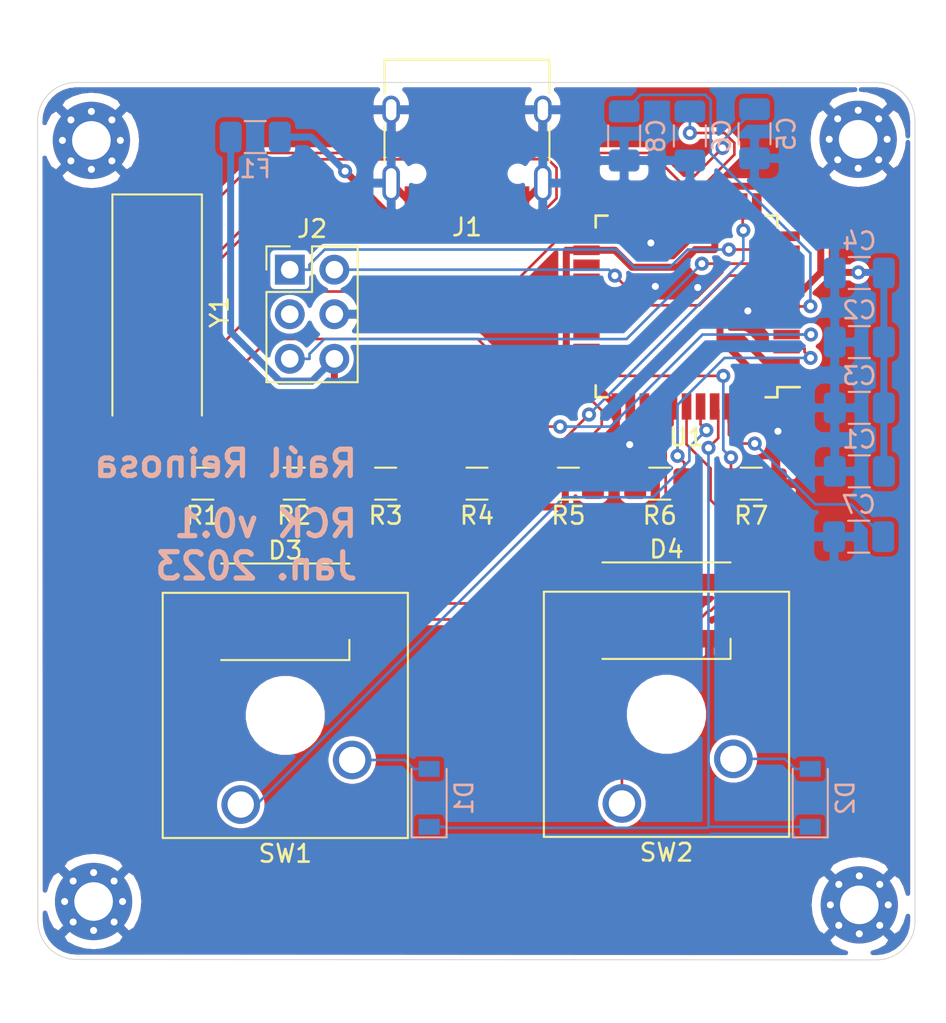
<source format=kicad_pcb>
(kicad_pcb (version 20171130) (host pcbnew "(5.1.4)-1")
  (title_block (title RCK) (date 2023-01-31) (rev 1.0) (company "Raul Reinosa (rreinosa)"))
  (layers (0 F.Cu signal) (31 B.Cu signal) (34 B.Paste user hide) (35 F.Paste user hide) (36 B.SilkS user) (37 F.SilkS user) (38 B.Mask user) (39 F.Mask user) (44 Edge.Cuts user))
  (net 0 "")
  (net 1 GND)
  (net 2 +5V)
  (net 3 "Net-(C6-Pad2)")
  (net 4 "Net-(D1-Pad2)")
  (net 5 R0)
  (net 6 "Net-(D2-Pad2)")
  (net 7 "Net-(D3-Pad2)")
  (net 8 "Net-(F1-Pad2)")
  (net 9 "Net-(J1-PadA7)")
  (net 10 "Net-(J1-PadA6)")
  (net 11 MOSI)
  (net 12 SCK)
  (net 13 MISO)
  (net 14 LED0)
  (net 15 D+)
  (net 16 D-)
  (net 17 C0)
  (net 18 C1)
  (net 19 "Net-(C8-Pad2)")
  (net 20 "Net-(C5-Pad2)")
  (net 21 "Net-(C7-Pad1)")
  (net 22 "Net-(D3-Pad4)")
  (net 23 "Net-(R3-Pad1)")
  (net 24 "Net-(R4-Pad2)")
  (net 25 "Net-(R6-Pad1)")
  (net 26 "Net-(R7-Pad2)")
  (module Package_QFP:TQFP-44_10x10mm_P0.8mm (layer F.Cu) (at 198.564 65.024 180)
    (fp_text reference U1 (at 0 -7.45) (layer F.SilkS))
    (fp_text value ATmega32U4-AU)
    (pad 1 smd rect (at -5.7 -4 180) (size 1.5 0.55) (layers F.Cu F.Paste F.Mask))
    (pad 2 smd rect (at -5.7 -3.2 180) (size 1.5 0.55) (layers F.Cu F.Paste F.Mask) (net 2 +5V))
    (pad 3 smd rect (at -5.7 -2.4 180) (size 1.5 0.55) (layers F.Cu F.Paste F.Mask) (net 25 "Net-(R6-Pad1)"))
    (pad 4 smd rect (at -5.7 -1.6 180) (size 1.5 0.55) (layers F.Cu F.Paste F.Mask) (net 23 "Net-(R3-Pad1)"))
    (pad 5 smd rect (at -5.7 -0.8 180) (size 1.5 0.55) (layers F.Cu F.Paste F.Mask) (net 1 GND))
    (pad 6 smd rect (at -5.7 0 180) (size 1.5 0.55) (layers F.Cu F.Paste F.Mask) (net 19 "Net-(C8-Pad2)"))
    (pad 7 smd rect (at -5.7 0.8 180) (size 1.5 0.55) (layers F.Cu F.Paste F.Mask) (net 2 +5V))
    (pad 8 smd rect (at -5.7 1.6 180) (size 1.5 0.55) (layers F.Cu F.Paste F.Mask))
    (pad 9 smd rect (at -5.7 2.4 180) (size 1.5 0.55) (layers F.Cu F.Paste F.Mask) (net 12 SCK))
    (pad 10 smd rect (at -5.7 3.2 180) (size 1.5 0.55) (layers F.Cu F.Paste F.Mask) (net 11 MOSI))
    (pad 11 smd rect (at -5.7 4 180) (size 1.5 0.55) (layers F.Cu F.Paste F.Mask) (net 13 MISO))
    (pad 12 smd rect (at -4 5.7 270) (size 1.5 0.55) (layers F.Cu F.Paste F.Mask))
    (pad 13 smd rect (at -3.2 5.7 270) (size 1.5 0.55) (layers F.Cu F.Paste F.Mask) (net 24 "Net-(R4-Pad2)"))
    (pad 14 smd rect (at -2.4 5.7 270) (size 1.5 0.55) (layers F.Cu F.Paste F.Mask) (net 2 +5V))
    (pad 15 smd rect (at -1.6 5.7 270) (size 1.5 0.55) (layers F.Cu F.Paste F.Mask) (net 1 GND))
    (pad 16 smd rect (at -0.8 5.7 270) (size 1.5 0.55) (layers F.Cu F.Paste F.Mask) (net 3 "Net-(C6-Pad2)"))
    (pad 17 smd rect (at 0 5.7 270) (size 1.5 0.55) (layers F.Cu F.Paste F.Mask) (net 20 "Net-(C5-Pad2)"))
    (pad 18 smd rect (at 0.8 5.7 270) (size 1.5 0.55) (layers F.Cu F.Paste F.Mask))
    (pad 19 smd rect (at 1.6 5.7 270) (size 1.5 0.55) (layers F.Cu F.Paste F.Mask))
    (pad 20 smd rect (at 2.4 5.7 270) (size 1.5 0.55) (layers F.Cu F.Paste F.Mask))
    (pad 21 smd rect (at 3.2 5.7 270) (size 1.5 0.55) (layers F.Cu F.Paste F.Mask))
    (pad 22 smd rect (at 4 5.7 270) (size 1.5 0.55) (layers F.Cu F.Paste F.Mask))
    (pad 23 smd rect (at 5.7 4 180) (size 1.5 0.55) (layers F.Cu F.Paste F.Mask) (net 1 GND))
    (pad 24 smd rect (at 5.7 3.2 180) (size 1.5 0.55) (layers F.Cu F.Paste F.Mask) (net 2 +5V))
    (pad 25 smd rect (at 5.7 2.4 180) (size 1.5 0.55) (layers F.Cu F.Paste F.Mask))
    (pad 26 smd rect (at 5.7 1.6 180) (size 1.5 0.55) (layers F.Cu F.Paste F.Mask))
    (pad 27 smd rect (at 5.7 0.8 180) (size 1.5 0.55) (layers F.Cu F.Paste F.Mask))
    (pad 28 smd rect (at 5.7 0 180) (size 1.5 0.55) (layers F.Cu F.Paste F.Mask))
    (pad 29 smd rect (at 5.7 -0.8 180) (size 1.5 0.55) (layers F.Cu F.Paste F.Mask))
    (pad 30 smd rect (at 5.7 -1.6 180) (size 1.5 0.55) (layers F.Cu F.Paste F.Mask))
    (pad 31 smd rect (at 5.7 -2.4 180) (size 1.5 0.55) (layers F.Cu F.Paste F.Mask))
    (pad 32 smd rect (at 5.7 -3.2 180) (size 1.5 0.55) (layers F.Cu F.Paste F.Mask))
    (pad 33 smd rect (at 5.7 -4 180) (size 1.5 0.55) (layers F.Cu F.Paste F.Mask) (net 26 "Net-(R7-Pad2)"))
    (pad 34 smd rect (at 4 -5.7 270) (size 1.5 0.55) (layers F.Cu F.Paste F.Mask) (net 2 +5V))
    (pad 35 smd rect (at 3.2 -5.7 270) (size 1.5 0.55) (layers F.Cu F.Paste F.Mask) (net 1 GND))
    (pad 36 smd rect (at 2.4 -5.7 270) (size 1.5 0.55) (layers F.Cu F.Paste F.Mask))
    (pad 37 smd rect (at 1.6 -5.7 270) (size 1.5 0.55) (layers F.Cu F.Paste F.Mask))
    (pad 38 smd rect (at 0.8 -5.7 270) (size 1.5 0.55) (layers F.Cu F.Paste F.Mask) (net 14 LED0))
    (pad 39 smd rect (at 0 -5.7 270) (size 1.5 0.55) (layers F.Cu F.Paste F.Mask) (net 18 C1))
    (pad 40 smd rect (at -0.8 -5.7 270) (size 1.5 0.55) (layers F.Cu F.Paste F.Mask) (net 17 C0))
    (pad 41 smd rect (at -1.6 -5.7 270) (size 1.5 0.55) (layers F.Cu F.Paste F.Mask) (net 5 R0))
    (pad 42 smd rect (at -2.4 -5.7 270) (size 1.5 0.55) (layers F.Cu F.Paste F.Mask) (net 21 "Net-(C7-Pad1)"))
    (pad 43 smd rect (at -3.2 -5.7 270) (size 1.5 0.55) (layers F.Cu F.Paste F.Mask) (net 1 GND))
    (pad 44 smd rect (at -4 -5.7 270) (size 1.5 0.55) (layers F.Cu F.Paste F.Mask) (net 2 +5V))
  )
  (module MountingHole:MountingHole_2.2mm_M2_Pad_Via (layer F.Cu) (at 208.344 55.499)
    (fp_text reference H2 hide)
    (fp_text value MountingHole_Pad)
    (pad 1 thru_hole circle (at 1.166726 -1.166726) (size 0.7 0.7) (drill 0.4) (layers *.Cu *.Mask) (net 1 GND))
    (pad 1 thru_hole circle (at 0 -1.65) (size 0.7 0.7) (drill 0.4) (layers *.Cu *.Mask) (net 1 GND))
    (pad 1 thru_hole circle (at -1.166726 -1.166726) (size 0.7 0.7) (drill 0.4) (layers *.Cu *.Mask) (net 1 GND))
    (pad 1 thru_hole circle (at -1.65 0) (size 0.7 0.7) (drill 0.4) (layers *.Cu *.Mask) (net 1 GND))
    (pad 1 thru_hole circle (at -1.166726 1.166726) (size 0.7 0.7) (drill 0.4) (layers *.Cu *.Mask) (net 1 GND))
    (pad 1 thru_hole circle (at 0 1.65) (size 0.7 0.7) (drill 0.4) (layers *.Cu *.Mask) (net 1 GND))
    (pad 1 thru_hole circle (at 1.166726 1.166726) (size 0.7 0.7) (drill 0.4) (layers *.Cu *.Mask) (net 1 GND))
    (pad 1 thru_hole circle (at 1.65 0) (size 0.7 0.7) (drill 0.4) (layers *.Cu *.Mask) (net 1 GND))
    (pad 1 thru_hole circle (at 0 0) (size 4.4 4.4) (drill 2.2) (layers *.Cu *.Mask) (net 1 GND))
  )
  (module Resistor_SMD:R_1206_3216Metric (layer F.Cu) (at 176.212 75.1205 180)
    (fp_text reference R2 (at 0 -1.82) (layer F.SilkS))
    (fp_text value 22)
    (pad 1 smd roundrect (at -1.4 0 180) (size 1.25 1.75) (layers F.Cu F.Paste F.Mask) (roundrect_rratio 0.2) (net 15 D+))
    (pad 2 smd roundrect (at 1.4 0 180) (size 1.25 1.75) (layers F.Cu F.Paste F.Mask) (roundrect_rratio 0.2) (net 10 "Net-(J1-PadA6)"))
  )
  (module Connector_PinHeader_2.54mm:PinHeader_2x03_P2.54mm_Vertical (layer F.Cu) (at 175.958 62.9285)
    (fp_text reference J2 (at 1.27 -2.33) (layer F.SilkS))
    (fp_text value ISP)
    (pad 1 thru_hole rect (at 0 0) (size 1.7 1.7) (drill 1) (layers *.Cu *.Mask) (net 13 MISO))
    (pad 2 thru_hole oval (at 2.54 0) (size 1.7 1.7) (drill 1) (layers *.Cu *.Mask) (net 12 SCK))
    (pad 3 thru_hole oval (at 0 2.54) (size 1.7 1.7) (drill 1) (layers *.Cu *.Mask))
    (pad 4 thru_hole oval (at 2.54 2.54) (size 1.7 1.7) (drill 1) (layers *.Cu *.Mask) (net 1 GND))
    (pad 5 thru_hole oval (at 0 5.08) (size 1.7 1.7) (drill 1) (layers *.Cu *.Mask) (net 11 MOSI))
    (pad 6 thru_hole oval (at 2.54 5.08) (size 1.7 1.7) (drill 1) (layers *.Cu *.Mask) (net 2 +5V))
  )
  (module Capacitor_SMD:C_1206_3216Metric (layer B.Cu) (at 202.438 55.1815 90)
    (fp_text reference C5 (at 0 1.82 90) (layer B.SilkS) (effects (justify mirror)))
    (fp_text value 22uF)
    (pad 1 smd roundrect (at -1.4 0 90) (size 1.25 1.75) (layers B.Cu B.Paste B.Mask) (roundrect_rratio 0.2) (net 1 GND))
    (pad 2 smd roundrect (at 1.4 0 90) (size 1.25 1.75) (layers B.Cu B.Paste B.Mask) (roundrect_rratio 0.2) (net 20 "Net-(C5-Pad2)"))
  )
  (module Capacitor_SMD:C_1206_3216Metric (layer B.Cu) (at 208.408 67.0555 180)
    (fp_text reference C2 (at 0 1.82) (layer B.SilkS) (effects (justify mirror)))
    (fp_text value 0.1uF)
    (pad 1 smd roundrect (at -1.4 0 180) (size 1.25 1.75) (layers B.Cu B.Paste B.Mask) (roundrect_rratio 0.2) (net 2 +5V))
    (pad 2 smd roundrect (at 1.4 0 180) (size 1.25 1.75) (layers B.Cu B.Paste B.Mask) (roundrect_rratio 0.2) (net 1 GND))
  )
  (module Capacitor_SMD:C_1206_3216Metric (layer B.Cu) (at 195.008 55.3085 90)
    (fp_text reference C8 (at 0 1.82 90) (layer B.SilkS) (effects (justify mirror)))
    (fp_text value 1uF)
    (pad 2 smd roundrect (at 1.4 0 90) (size 1.25 1.75) (layers B.Cu B.Paste B.Mask) (roundrect_rratio 0.2) (net 19 "Net-(C8-Pad2)"))
    (pad 1 smd roundrect (at -1.4 0 90) (size 1.25 1.75) (layers B.Cu B.Paste B.Mask) (roundrect_rratio 0.2) (net 1 GND))
  )
  (module Resistor_SMD:R_1206_3216Metric (layer F.Cu) (at 181.42 75.1205 180)
    (fp_text reference R3 (at 0 -1.82) (layer F.SilkS))
    (fp_text value 22)
    (pad 1 smd roundrect (at -1.4 0 180) (size 1.25 1.75) (layers F.Cu F.Paste F.Mask) (roundrect_rratio 0.2) (net 23 "Net-(R3-Pad1)"))
    (pad 2 smd roundrect (at 1.4 0 180) (size 1.25 1.75) (layers F.Cu F.Paste F.Mask) (roundrect_rratio 0.2) (net 15 D+))
  )
  (module Capacitor_SMD:C_1206_3216Metric (layer B.Cu) (at 208.408 70.8025 180)
    (fp_text reference C3 (at 0 1.82) (layer B.SilkS) (effects (justify mirror)))
    (fp_text value 0.1uF)
    (pad 2 smd roundrect (at 1.4 0 180) (size 1.25 1.75) (layers B.Cu B.Paste B.Mask) (roundrect_rratio 0.2) (net 1 GND))
    (pad 1 smd roundrect (at -1.4 0 180) (size 1.25 1.75) (layers B.Cu B.Paste B.Mask) (roundrect_rratio 0.2) (net 2 +5V))
  )
  (module Connector_USB:USB_C_Receptacle_HRO_TYPE-C-31-M-12 (layer F.Cu) (at 186.055 54.864 180)
    (fp_text reference J1 (at 0 -5.645) (layer F.SilkS))
    (fp_text value USB_C_Receptacle_USB2.0)
    (pad S1 thru_hole oval (at 4.32 1.05 180) (size 1 1.6) (drill oval 0.6 1.2) (layers *.Cu *.Mask) (net 1 GND))
    (pad "" np_thru_hole circle (at 2.89 -2.6 180) (size 0.65 0.65) (drill 0.65) (layers *.Cu *.Mask))
    (pad S1 thru_hole oval (at -4.32 1.05 180) (size 1 1.6) (drill oval 0.6 1.2) (layers *.Cu *.Mask) (net 1 GND))
    (pad "" np_thru_hole circle (at -2.89 -2.6 180) (size 0.65 0.65) (drill 0.65) (layers *.Cu *.Mask))
    (pad S1 thru_hole oval (at -4.32 -3.13 180) (size 1 2.1) (drill oval 0.6 1.7) (layers *.Cu *.Mask) (net 1 GND))
    (pad S1 thru_hole oval (at 4.32 -3.13 180) (size 1 2.1) (drill oval 0.6 1.7) (layers *.Cu *.Mask) (net 1 GND))
    (pad A6 smd rect (at -0.25 -4.045 180) (size 0.3 1.45) (layers F.Cu F.Paste F.Mask) (net 10 "Net-(J1-PadA6)"))
    (pad B5 smd rect (at 1.75 -4.045 180) (size 0.3 1.45) (layers F.Cu F.Paste F.Mask))
    (pad A8 smd rect (at 1.25 -4.045 180) (size 0.3 1.45) (layers F.Cu F.Paste F.Mask))
    (pad B6 smd rect (at 0.75 -4.045 180) (size 0.3 1.45) (layers F.Cu F.Paste F.Mask) (net 10 "Net-(J1-PadA6)"))
    (pad A7 smd rect (at 0.25 -4.045 180) (size 0.3 1.45) (layers F.Cu F.Paste F.Mask) (net 9 "Net-(J1-PadA7)"))
    (pad B7 smd rect (at -0.75 -4.045 180) (size 0.3 1.45) (layers F.Cu F.Paste F.Mask) (net 9 "Net-(J1-PadA7)"))
    (pad A5 smd rect (at -1.25 -4.045 180) (size 0.3 1.45) (layers F.Cu F.Paste F.Mask))
    (pad B8 smd rect (at -1.75 -4.045 180) (size 0.3 1.45) (layers F.Cu F.Paste F.Mask))
    (pad A12 smd rect (at 3.25 -4.045 180) (size 0.6 1.45) (layers F.Cu F.Paste F.Mask) (net 1 GND))
    (pad B4 smd rect (at 2.45 -4.045 180) (size 0.6 1.45) (layers F.Cu F.Paste F.Mask) (net 8 "Net-(F1-Pad2)"))
    (pad A4 smd rect (at -2.45 -4.045 180) (size 0.6 1.45) (layers F.Cu F.Paste F.Mask) (net 8 "Net-(F1-Pad2)"))
    (pad A1 smd rect (at -3.25 -4.045 180) (size 0.6 1.45) (layers F.Cu F.Paste F.Mask) (net 1 GND))
    (pad B12 smd rect (at -3.25 -4.045 180) (size 0.6 1.45) (layers F.Cu F.Paste F.Mask) (net 1 GND))
    (pad B9 smd rect (at -2.45 -4.045 180) (size 0.6 1.45) (layers F.Cu F.Paste F.Mask) (net 8 "Net-(F1-Pad2)"))
    (pad A9 smd rect (at 2.45 -4.045 180) (size 0.6 1.45) (layers F.Cu F.Paste F.Mask) (net 8 "Net-(F1-Pad2)"))
    (pad B1 smd rect (at 3.25 -4.045 180) (size 0.6 1.45) (layers F.Cu F.Paste F.Mask) (net 1 GND))
  )
  (module Fuse:Fuse_1206_3216Metric (layer B.Cu) (at 173.99 55.372)
    (fp_text reference F1 (at 0 1.82) (layer B.SilkS) (effects (justify mirror)))
    (fp_text value 500mA)
    (pad 2 smd roundrect (at 1.4 0) (size 1.25 1.75) (layers B.Cu B.Paste B.Mask) (roundrect_rratio 0.2) (net 8 "Net-(F1-Pad2)"))
    (pad 1 smd roundrect (at -1.4 0) (size 1.25 1.75) (layers B.Cu B.Paste B.Mask) (roundrect_rratio 0.2) (net 2 +5V))
  )
  (module Crystal:Crystal_SMD_HC49-SD (layer F.Cu) (at 168.402 65.3415 270)
    (fp_text reference Y1 (at 0 -3.55 90) (layer F.SilkS))
    (fp_text value 16MHz)
    (pad 1 smd rect (at -4.25 0 270) (size 4.5 2) (layers F.Cu F.Paste F.Mask) (net 20 "Net-(C5-Pad2)"))
    (pad 2 smd rect (at 4.25 0 270) (size 4.5 2) (layers F.Cu F.Paste F.Mask) (net 3 "Net-(C6-Pad2)"))
  )
  (module Diode_SMD:D_SOD-123 (layer B.Cu) (at 183.896 93.0275 90)
    (fp_text reference D1 (at 0 2 90) (layer B.SilkS) (effects (justify mirror)))
    (fp_text value 1N4148W)
    (pad 2 smd rect (at 1.65 0 90) (size 0.9 1.2) (layers B.Cu B.Paste B.Mask) (net 4 "Net-(D1-Pad2)"))
    (pad 1 smd rect (at -1.65 0 90) (size 0.9 1.2) (layers B.Cu B.Paste B.Mask) (net 5 R0))
  )
  (module Capacitor_SMD:C_1206_3216Metric (layer B.Cu) (at 208.408 74.4215 180)
    (fp_text reference C1 (at 0 1.82) (layer B.SilkS) (effects (justify mirror)))
    (fp_text value 0.1uF)
    (pad 2 smd roundrect (at 1.4 0 180) (size 1.25 1.75) (layers B.Cu B.Paste B.Mask) (roundrect_rratio 0.2) (net 1 GND))
    (pad 1 smd roundrect (at -1.4 0 180) (size 1.25 1.75) (layers B.Cu B.Paste B.Mask) (roundrect_rratio 0.2) (net 2 +5V))
  )
  (module LED_SMD:LED_SK6812_PLCC4_5.0x5.0mm_P3.2mm (layer F.Cu) (at 175.704 82.423)
    (fp_text reference D3 (at 0 -3.5) (layer F.SilkS))
    (fp_text value SK6812)
    (pad 3 smd rect (at -2.45 -1.6) (size 1.5 1) (layers F.Cu F.Paste F.Mask) (net 2 +5V))
    (pad 4 smd rect (at -2.45 1.6) (size 1.5 1) (layers F.Cu F.Paste F.Mask) (net 22 "Net-(D3-Pad4)"))
    (pad 2 smd rect (at 2.45 -1.6) (size 1.5 1) (layers F.Cu F.Paste F.Mask) (net 7 "Net-(D3-Pad2)"))
    (pad 1 smd rect (at 2.45 1.6) (size 1.5 1) (layers F.Cu F.Paste F.Mask) (net 1 GND))
  )
  (module Capacitor_SMD:C_1206_3216Metric (layer B.Cu) (at 208.408 63.119 180)
    (fp_text reference C4 (at 0 1.82) (layer B.SilkS) (effects (justify mirror)))
    (fp_text value 10uF)
    (pad 1 smd roundrect (at -1.4 0 180) (size 1.25 1.75) (layers B.Cu B.Paste B.Mask) (roundrect_rratio 0.2) (net 2 +5V))
    (pad 2 smd roundrect (at 1.4 0 180) (size 1.25 1.75) (layers B.Cu B.Paste B.Mask) (roundrect_rratio 0.2) (net 1 GND))
  )
  (module Capacitor_SMD:C_1206_3216Metric (layer B.Cu) (at 198.754 55.3085 90)
    (fp_text reference C6 (at 0 1.82 90) (layer B.SilkS) (effects (justify mirror)))
    (fp_text value 22uF)
    (pad 2 smd roundrect (at 1.4 0 90) (size 1.25 1.75) (layers B.Cu B.Paste B.Mask) (roundrect_rratio 0.2) (net 3 "Net-(C6-Pad2)"))
    (pad 1 smd roundrect (at -1.4 0 90) (size 1.25 1.75) (layers B.Cu B.Paste B.Mask) (roundrect_rratio 0.2) (net 1 GND))
  )
  (module Capacitor_SMD:C_1206_3216Metric (layer B.Cu) (at 208.372 78.1435 180)
    (fp_text reference C7 (at 0 1.82) (layer B.SilkS) (effects (justify mirror)))
    (fp_text value 100nF)
    (pad 1 smd roundrect (at -1.4 0 180) (size 1.25 1.75) (layers B.Cu B.Paste B.Mask) (roundrect_rratio 0.2) (net 21 "Net-(C7-Pad1)"))
    (pad 2 smd roundrect (at 1.4 0 180) (size 1.25 1.75) (layers B.Cu B.Paste B.Mask) (roundrect_rratio 0.2) (net 1 GND))
  )
  (module Resistor_SMD:R_1206_3216Metric (layer F.Cu) (at 171.006 75.1205 180)
    (fp_text reference R1 (at 0 -1.82) (layer F.SilkS))
    (fp_text value 330)
    (pad 1 smd roundrect (at -1.4 0 180) (size 1.25 1.75) (layers F.Cu F.Paste F.Mask) (roundrect_rratio 0.2) (net 14 LED0))
    (pad 2 smd roundrect (at 1.4 0 180) (size 1.25 1.75) (layers F.Cu F.Paste F.Mask) (roundrect_rratio 0.2) (net 7 "Net-(D3-Pad2)"))
  )
  (module MountingHole:MountingHole_2.2mm_M2_Pad_Via (layer F.Cu) (at 164.782 98.933)
    (fp_text reference H3 hide)
    (fp_text value MountingHole_Pad)
    (pad 1 thru_hole circle (at 0 0) (size 4.4 4.4) (drill 2.2) (layers *.Cu *.Mask) (net 1 GND))
    (pad 1 thru_hole circle (at 1.65 0) (size 0.7 0.7) (drill 0.4) (layers *.Cu *.Mask) (net 1 GND))
    (pad 1 thru_hole circle (at 1.166726 1.166726) (size 0.7 0.7) (drill 0.4) (layers *.Cu *.Mask) (net 1 GND))
    (pad 1 thru_hole circle (at 0 1.65) (size 0.7 0.7) (drill 0.4) (layers *.Cu *.Mask) (net 1 GND))
    (pad 1 thru_hole circle (at -1.166726 1.166726) (size 0.7 0.7) (drill 0.4) (layers *.Cu *.Mask) (net 1 GND))
    (pad 1 thru_hole circle (at -1.65 0) (size 0.7 0.7) (drill 0.4) (layers *.Cu *.Mask) (net 1 GND))
    (pad 1 thru_hole circle (at -1.166726 -1.166726) (size 0.7 0.7) (drill 0.4) (layers *.Cu *.Mask) (net 1 GND))
    (pad 1 thru_hole circle (at 0 -1.65) (size 0.7 0.7) (drill 0.4) (layers *.Cu *.Mask) (net 1 GND))
    (pad 1 thru_hole circle (at 1.166726 -1.166726) (size 0.7 0.7) (drill 0.4) (layers *.Cu *.Mask) (net 1 GND))
  )
  (module MountingHole:MountingHole_2.2mm_M2_Pad_Via (layer F.Cu) (at 208.407 99.1235)
    (fp_text reference H4 hide)
    (fp_text value MountingHole_Pad)
    (pad 1 thru_hole circle (at 0 0) (size 4.4 4.4) (drill 2.2) (layers *.Cu *.Mask) (net 1 GND))
    (pad 1 thru_hole circle (at 1.65 0) (size 0.7 0.7) (drill 0.4) (layers *.Cu *.Mask) (net 1 GND))
    (pad 1 thru_hole circle (at 1.166726 1.166726) (size 0.7 0.7) (drill 0.4) (layers *.Cu *.Mask) (net 1 GND))
    (pad 1 thru_hole circle (at 0 1.65) (size 0.7 0.7) (drill 0.4) (layers *.Cu *.Mask) (net 1 GND))
    (pad 1 thru_hole circle (at -1.166726 1.166726) (size 0.7 0.7) (drill 0.4) (layers *.Cu *.Mask) (net 1 GND))
    (pad 1 thru_hole circle (at -1.65 0) (size 0.7 0.7) (drill 0.4) (layers *.Cu *.Mask) (net 1 GND))
    (pad 1 thru_hole circle (at -1.166726 -1.166726) (size 0.7 0.7) (drill 0.4) (layers *.Cu *.Mask) (net 1 GND))
    (pad 1 thru_hole circle (at 0 -1.65) (size 0.7 0.7) (drill 0.4) (layers *.Cu *.Mask) (net 1 GND))
    (pad 1 thru_hole circle (at 1.166726 -1.166726) (size 0.7 0.7) (drill 0.4) (layers *.Cu *.Mask) (net 1 GND))
  )
  (module Button_Switch_Keyboard:SW_Cherry_MX_1.00u_Plate (layer F.Cu) (at 173.164 93.4085 180)
    (fp_text reference SW1 (at -2.54 -2.794) (layer F.SilkS))
    (fp_text value SW_Push)
    (pad "" np_thru_hole circle (at -2.54 5.08 180) (size 4 4) (drill 4) (layers *.Cu *.Mask))
    (pad 2 thru_hole circle (at -6.35 2.54 180) (size 2.2 2.2) (drill 1.5) (layers *.Cu *.Mask) (net 4 "Net-(D1-Pad2)"))
    (pad 1 thru_hole circle (at 0 0 180) (size 2.2 2.2) (drill 1.5) (layers *.Cu *.Mask) (net 17 C0))
  )
  (module Diode_SMD:D_SOD-123 (layer B.Cu) (at 205.613 93.0275 90)
    (fp_text reference D2 (at 0 2 90) (layer B.SilkS) (effects (justify mirror)))
    (fp_text value 1N4148W)
    (pad 2 smd rect (at 1.65 0 90) (size 0.9 1.2) (layers B.Cu B.Paste B.Mask) (net 6 "Net-(D2-Pad2)"))
    (pad 1 smd rect (at -1.65 0 90) (size 0.9 1.2) (layers B.Cu B.Paste B.Mask) (net 5 R0))
  )
  (module Button_Switch_Keyboard:SW_Cherry_MX_1.00u_Plate (layer F.Cu) (at 194.882 93.345 180)
    (fp_text reference SW2 (at -2.54 -2.794) (layer F.SilkS))
    (fp_text value SW_Push)
    (pad 1 thru_hole circle (at 0 0 180) (size 2.2 2.2) (drill 1.5) (layers *.Cu *.Mask) (net 18 C1))
    (pad 2 thru_hole circle (at -6.35 2.54 180) (size 2.2 2.2) (drill 1.5) (layers *.Cu *.Mask) (net 6 "Net-(D2-Pad2)"))
    (pad "" np_thru_hole circle (at -2.54 5.08 180) (size 4 4) (drill 4) (layers *.Cu *.Mask))
  )
  (module MountingHole:MountingHole_2.2mm_M2_Pad_Via (layer F.Cu) (at 164.656 55.5625)
    (fp_text reference H1 hide)
    (fp_text value MountingHole_Pad)
    (pad 1 thru_hole circle (at 1.166726 -1.166726) (size 0.7 0.7) (drill 0.4) (layers *.Cu *.Mask) (net 1 GND))
    (pad 1 thru_hole circle (at 0 -1.65) (size 0.7 0.7) (drill 0.4) (layers *.Cu *.Mask) (net 1 GND))
    (pad 1 thru_hole circle (at -1.166726 -1.166726) (size 0.7 0.7) (drill 0.4) (layers *.Cu *.Mask) (net 1 GND))
    (pad 1 thru_hole circle (at -1.65 0) (size 0.7 0.7) (drill 0.4) (layers *.Cu *.Mask) (net 1 GND))
    (pad 1 thru_hole circle (at -1.166726 1.166726) (size 0.7 0.7) (drill 0.4) (layers *.Cu *.Mask) (net 1 GND))
    (pad 1 thru_hole circle (at 0 1.65) (size 0.7 0.7) (drill 0.4) (layers *.Cu *.Mask) (net 1 GND))
    (pad 1 thru_hole circle (at 1.166726 1.166726) (size 0.7 0.7) (drill 0.4) (layers *.Cu *.Mask) (net 1 GND))
    (pad 1 thru_hole circle (at 1.65 0) (size 0.7 0.7) (drill 0.4) (layers *.Cu *.Mask) (net 1 GND))
    (pad 1 thru_hole circle (at 0 0) (size 4.4 4.4) (drill 2.2) (layers *.Cu *.Mask) (net 1 GND))
  )
  (module LED_SMD:LED_SK6812_PLCC4_5.0x5.0mm_P3.2mm (layer F.Cu) (at 197.422 82.3595)
    (fp_text reference D4 (at 0 -3.5) (layer F.SilkS))
    (fp_text value SK6812)
    (pad 1 smd rect (at 2.45 1.6) (size 1.5 1) (layers F.Cu F.Paste F.Mask) (net 1 GND))
    (pad 2 smd rect (at 2.45 -1.6) (size 1.5 1) (layers F.Cu F.Paste F.Mask) (net 22 "Net-(D3-Pad4)"))
    (pad 4 smd rect (at -2.45 1.6) (size 1.5 1) (layers F.Cu F.Paste F.Mask))
    (pad 3 smd rect (at -2.45 -1.6) (size 1.5 1) (layers F.Cu F.Paste F.Mask) (net 2 +5V))
  )
  (module Resistor_SMD:R_1206_3216Metric (layer F.Cu) (at 202.25 75.1205 180)
    (fp_text reference R7 (at 0 -1.82) (layer F.SilkS))
    (fp_text value 10k)
    (pad 2 smd roundrect (at 1.4 0 180) (size 1.25 1.75) (layers F.Cu F.Paste F.Mask) (roundrect_rratio 0.2) (net 26 "Net-(R7-Pad2)"))
    (pad 1 smd roundrect (at -1.4 0 180) (size 1.25 1.75) (layers F.Cu F.Paste F.Mask) (roundrect_rratio 0.2) (net 1 GND))
  )
  (module Resistor_SMD:R_1206_3216Metric (layer F.Cu) (at 186.626 75.1205 180)
    (fp_text reference R4 (at 0 -1.82) (layer F.SilkS))
    (fp_text value 10k)
    (pad 1 smd roundrect (at -1.4 0 180) (size 1.25 1.75) (layers F.Cu F.Paste F.Mask) (roundrect_rratio 0.2) (net 2 +5V))
    (pad 2 smd roundrect (at 1.4 0 180) (size 1.25 1.75) (layers F.Cu F.Paste F.Mask) (roundrect_rratio 0.2) (net 24 "Net-(R4-Pad2)"))
  )
  (module Resistor_SMD:R_1206_3216Metric (layer F.Cu) (at 191.834 75.1205 180)
    (fp_text reference R5 (at 0 -1.82) (layer F.SilkS))
    (fp_text value 22)
    (pad 2 smd roundrect (at 1.4 0 180) (size 1.25 1.75) (layers F.Cu F.Paste F.Mask) (roundrect_rratio 0.2) (net 9 "Net-(J1-PadA7)"))
    (pad 1 smd roundrect (at -1.4 0 180) (size 1.25 1.75) (layers F.Cu F.Paste F.Mask) (roundrect_rratio 0.2) (net 16 D-))
  )
  (module Resistor_SMD:R_1206_3216Metric (layer F.Cu) (at 197.04 75.1205 180)
    (fp_text reference R6 (at 0 -1.82) (layer F.SilkS))
    (fp_text value 22)
    (pad 2 smd roundrect (at 1.4 0 180) (size 1.25 1.75) (layers F.Cu F.Paste F.Mask) (roundrect_rratio 0.2) (net 16 D-))
    (pad 1 smd roundrect (at -1.4 0 180) (size 1.25 1.75) (layers F.Cu F.Paste F.Mask) (roundrect_rratio 0.2) (net 25 "Net-(R6-Pad1)"))
  )
  (gr_arc (start 209.382 54.4605) (end 211.582 54.4605) (angle -90) (layer Edge.Cuts) (width 0.05))
  (gr_arc (start 209.382 100.0605) (end 209.382 102.2605) (angle -90) (layer Edge.Cuts) (width 0.05))
  (gr_arc (start 163.8075 100.035) (end 161.6075 100.035) (angle -90) (layer Edge.Cuts) (width 0.05))
  (gr_arc (start 163.7885 54.4605) (end 163.7885 52.2605) (angle -90) (layer Edge.Cuts) (width 0.05))
  (gr_line (start 209.382 102.2605) (end 163.8075 102.235) (layer Edge.Cuts) (width 0.05))
  (gr_line (start 211.582 54.4605) (end 211.582 100.0605) (layer Edge.Cuts) (width 0.05))
  (gr_line (start 163.7885 52.2605) (end 209.382 52.2605) (layer Edge.Cuts) (width 0.05))
  (gr_line (start 161.6075 100.035) (end 161.5885 54.4605) (layer Edge.Cuts) (width 0.05))
  (gr_text "RCK v0.1\nJan. 2023" (at 179.959 78.613) (layer B.SilkS) (effects (font (size 1.5 1.5) (thickness 0.3)) (justify left mirror)))
  (gr_text "Raúl Reinosa" (at 179.959 73.9775) (layer B.SilkS) (effects (font (size 1.5 1.5) (thickness 0.3)) (justify left mirror)))
  (segment (start 200.164 59.932) (end 200.164 60.2211) (width 0.4) (layer F.Cu) (net 1))
  (segment (start 200.164 59.324) (end 200.164 59.932) (width 0.4) (layer F.Cu) (net 1))
  (segment (start 200.164 59.324) (end 200.164 59.932) (width 0.4) (layer F.Cu) (net 1))
  (segment (start 182.805 58.909) (end 182.65 58.909) (width 0.4) (layer F.Cu) (net 1))
  (segment (start 182.65 58.909) (end 181.735 57.994) (width 0.4) (layer F.Cu) (net 1))
  (segment (start 189.305 58.909) (end 189.46 58.909) (width 0.4) (layer F.Cu) (net 1))
  (segment (start 189.46 58.909) (end 190.375 57.994) (width 0.4) (layer F.Cu) (net 1))
  (via (at 203.772 72.136) (size 0.8) (layers F.Cu B.Cu) (net 1))
  (via (at 202.057 65.278) (size 0.8) (layers F.Cu B.Cu) (net 1))
  (via (at 195.326 72.898) (size 0.8) (layers F.Cu B.Cu) (net 1))
  (via (at 196.532 61.4045) (size 0.8) (layers F.Cu B.Cu) (net 1))
  (segment (start 196.932 61.0045) (end 196.532 61.4045) (width 0.4) (layer F.Cu) (net 1))
  (segment (start 199.381 61.0045) (end 196.932 61.0045) (width 0.4) (layer F.Cu) (net 1))
  (segment (start 200.164 60.2211) (end 199.381 61.0045) (width 0.4) (layer F.Cu) (net 1))
  (via (at 196.7865 63.881) (size 0.8) (drill 0.4) (layers F.Cu B.Cu) (net 1))
  (via (at 199.1995 63.9445) (size 0.8) (drill 0.4) (layers F.Cu B.Cu) (net 1))
  (segment (start 196.85 63.9445) (end 196.7865 63.881) (width 0.4) (layer F.Cu) (net 1))
  (segment (start 199.1995 63.9445) (end 196.85 63.9445) (width 0.4) (layer F.Cu) (net 1))
  (segment (start 194.564 70.724) (end 193.539 69.6994) (width 0.4) (layer F.Cu) (net 2))
  (segment (start 193.539 69.6994) (end 191.923 69.6994) (width 0.4) (layer F.Cu) (net 2))
  (segment (start 191.923 69.6994) (end 191.714 69.4903) (width 0.4) (layer F.Cu) (net 2))
  (segment (start 191.714 69.4903) (end 191.714 61.824) (width 0.4) (layer F.Cu) (net 2))
  (segment (start 191.714 61.824) (end 192.864 61.824) (width 0.4) (layer F.Cu) (net 2))
  (segment (start 191.656 76.4492) (end 191.656 74.7653) (width 0.4) (layer F.Cu) (net 2))
  (segment (start 191.656 74.7653) (end 194.546 71.8743) (width 0.4) (layer F.Cu) (net 2))
  (segment (start 194.546 71.8743) (end 194.564 71.8743) (width 0.4) (layer F.Cu) (net 2))
  (segment (start 194.564 71.8743) (end 194.564 70.724) (width 0.4) (layer F.Cu) (net 2))
  (segment (start 206.212 63.0857) (end 206.212 61.3241) (width 0.4) (layer F.Cu) (net 2))
  (segment (start 206.212 61.3241) (end 203.062 58.1737) (width 0.4) (layer F.Cu) (net 2))
  (segment (start 203.062 58.1737) (end 200.964 58.1737) (width 0.4) (layer F.Cu) (net 2))
  (segment (start 200.964 58.1737) (end 200.964 59.324) (width 0.4) (layer F.Cu) (net 2))
  (segment (start 208.355 63.0857) (end 206.212 63.0857) (width 0.4) (layer F.Cu) (net 2))
  (segment (start 200.964 59.324) (end 200.964 60.474) (width 0.4) (layer F.Cu) (net 2))
  (segment (start 200.964 60.474) (end 200.177 61.2605) (width 0.4) (layer F.Cu) (net 2))
  (segment (start 200.177 61.2605) (end 200.177 61.76) (width 0.4) (layer F.Cu) (net 2))
  (segment (start 200.177 61.76) (end 200.151 61.7865) (width 0.4) (layer F.Cu) (net 2))
  (segment (start 195.453 62.791) (end 194.486 61.824) (width 0.4) (layer F.Cu) (net 2))
  (segment (start 194.486 61.824) (end 192.864 61.824) (width 0.4) (layer F.Cu) (net 2))
  (segment (start 204.264 68.224) (end 203.114 68.224) (width 0.4) (layer F.Cu) (net 2))
  (segment (start 203.114 68.224) (end 201.756 66.8655) (width 0.4) (layer F.Cu) (net 2))
  (segment (start 201.756 66.8655) (end 200.47 66.8655) (width 0.4) (layer F.Cu) (net 2))
  (segment (start 200.47 66.8655) (end 202.564 68.96) (width 0.4) (layer F.Cu) (net 2))
  (segment (start 202.564 68.96) (end 202.564 70.724) (width 0.4) (layer F.Cu) (net 2))
  (segment (start 204.264 64.224) (end 203.114 64.224) (width 0.4) (layer F.Cu) (net 2))
  (segment (start 203.114 64.224) (end 202.708 63.8175) (width 0.4) (layer F.Cu) (net 2))
  (segment (start 209.808 74.4215) (end 209.808 70.8025) (width 0.4) (layer B.Cu) (net 2))
  (segment (start 209.808 70.8025) (end 209.808 67.0555) (width 0.4) (layer B.Cu) (net 2))
  (segment (start 209.808 63.119) (end 209.808 67.0555) (width 0.4) (layer B.Cu) (net 2))
  (segment (start 194.972 80.7595) (end 193.822 80.7595) (width 0.4) (layer F.Cu) (net 2))
  (segment (start 193.822 80.7595) (end 193.822 78.6154) (width 0.4) (layer F.Cu) (net 2))
  (segment (start 193.822 78.6154) (end 191.656 76.4492) (width 0.4) (layer F.Cu) (net 2))
  (segment (start 208.355 63.0857) (end 209.775 63.0857) (width 0.4) (layer B.Cu) (net 2))
  (segment (start 209.775 63.0857) (end 209.808 63.119) (width 0.4) (layer B.Cu) (net 2))
  (segment (start 178.498 68.0085) (end 177.228 69.2782) (width 0.4) (layer B.Cu) (net 2))
  (segment (start 177.228 69.2782) (end 175.389 69.2782) (width 0.4) (layer B.Cu) (net 2))
  (segment (start 175.389 69.2782) (end 172.59 66.4789) (width 0.4) (layer B.Cu) (net 2))
  (segment (start 172.59 66.4789) (end 172.59 55.372) (width 0.4) (layer B.Cu) (net 2))
  (segment (start 206.212 63.0857) (end 205.074 64.224) (width 0.4) (layer F.Cu) (net 2))
  (segment (start 205.074 64.224) (end 204.264 64.224) (width 0.4) (layer F.Cu) (net 2))
  (segment (start 173.254 80.823) (end 174.404 80.823) (width 0.4) (layer F.Cu) (net 2))
  (segment (start 174.404 80.823) (end 178.768 76.4593) (width 0.4) (layer F.Cu) (net 2))
  (segment (start 178.768 76.4593) (end 181.026 76.4593) (width 0.4) (layer F.Cu) (net 2))
  (segment (start 181.026 76.4593) (end 181.088 76.3967) (width 0.4) (layer F.Cu) (net 2))
  (segment (start 178.498 68.0085) (end 178.498 69.2588) (width 0.4) (layer F.Cu) (net 2))
  (segment (start 178.498 69.2588) (end 181.088 71.8493) (width 0.4) (layer F.Cu) (net 2))
  (segment (start 181.088 71.8493) (end 181.088 76.3967) (width 0.4) (layer F.Cu) (net 2))
  (segment (start 181.088 76.3967) (end 181.089 76.3969) (width 0.4) (layer F.Cu) (net 2))
  (segment (start 181.089 76.3969) (end 186.75 76.3969) (width 0.4) (layer F.Cu) (net 2))
  (segment (start 186.75 76.3969) (end 188.026 75.1205) (width 0.4) (layer F.Cu) (net 2))
  (segment (start 191.656 76.4492) (end 189.355 76.4492) (width 0.4) (layer F.Cu) (net 2))
  (segment (start 189.355 76.4492) (end 188.026 75.1205) (width 0.4) (layer F.Cu) (net 2))
  (via (at 208.355 63.0857) (size 0.8) (layers F.Cu B.Cu) (net 2))
  (segment (start 200.47 65.680998) (end 200.47 66.8655) (width 0.4) (layer F.Cu) (net 2))
  (segment (start 202.333498 63.8175) (end 200.47 65.680998) (width 0.4) (layer F.Cu) (net 2))
  (segment (start 202.708 63.8175) (end 202.333498 63.8175) (width 0.4) (layer F.Cu) (net 2))
  (segment (start 200.151 61.7865) (end 199.054 61.7865) (width 0.4) (layer F.Cu) (net 2))
  (segment (start 198.05 62.791) (end 195.453 62.791) (width 0.4) (layer F.Cu) (net 2))
  (segment (start 199.054 61.7865) (end 198.05 62.791) (width 0.4) (layer F.Cu) (net 2))
  (segment (start 168.402 69.5915) (end 169.677 69.5915) (width 0.15) (layer F.Cu) (net 3))
  (segment (start 169.677 69.5915) (end 175.095 64.1734) (width 0.15) (layer F.Cu) (net 3))
  (segment (start 175.095 64.1734) (end 188.252 64.1734) (width 0.15) (layer F.Cu) (net 3))
  (segment (start 188.252 64.1734) (end 192.076 60.3493) (width 0.15) (layer F.Cu) (net 3))
  (segment (start 192.076 60.3493) (end 199.364 60.3493) (width 0.15) (layer F.Cu) (net 3))
  (segment (start 199.364 60.3493) (end 199.364 59.324) (width 0.15) (layer F.Cu) (net 3))
  (segment (start 199.364 59.324) (end 199.364 58.2987) (width 0.15) (layer F.Cu) (net 3))
  (segment (start 199.364 58.2987) (end 201.289 56.3735) (width 0.15) (layer F.Cu) (net 3))
  (segment (start 201.289 56.3735) (end 201.289 55.7031) (width 0.15) (layer F.Cu) (net 3))
  (segment (start 201.289 55.7031) (end 200.724 55.1384) (width 0.15) (layer F.Cu) (net 3))
  (segment (start 200.724 55.1384) (end 198.754 55.1384) (width 0.15) (layer F.Cu) (net 3))
  (segment (start 198.754 53.9085) (end 198.754 55.1384) (width 0.15) (layer B.Cu) (net 3))
  (via (at 198.754 55.1384) (size 0.8) (layers F.Cu B.Cu) (net 3))
  (segment (start 179.514 90.8685) (end 182.512 90.8685) (width 0.15) (layer B.Cu) (net 4))
  (segment (start 182.512 90.8685) (end 183.021 91.3775) (width 0.15) (layer B.Cu) (net 4))
  (segment (start 183.021 91.3775) (end 183.896 91.3775) (width 0.15) (layer B.Cu) (net 4))
  (segment (start 199.815 94.6775) (end 199.757 94.7354) (width 0.15) (layer B.Cu) (net 5))
  (segment (start 199.757 94.7354) (end 184.829 94.7354) (width 0.15) (layer B.Cu) (net 5))
  (segment (start 184.829 94.7354) (end 184.771 94.6775) (width 0.15) (layer B.Cu) (net 5))
  (segment (start 184.771 94.6775) (end 183.896 94.6775) (width 0.15) (layer B.Cu) (net 5))
  (segment (start 205.613 94.6775) (end 199.815 94.6775) (width 0.15) (layer B.Cu) (net 5))
  (segment (start 199.815 94.6775) (end 199.815 73.082) (width 0.15) (layer B.Cu) (net 5))
  (segment (start 199.815 73.082) (end 200.37 72.527) (width 0.15) (layer F.Cu) (net 5))
  (segment (start 200.37 72.527) (end 200.37 70.9303) (width 0.15) (layer F.Cu) (net 5))
  (segment (start 200.37 70.9303) (end 200.164 70.724) (width 0.15) (layer F.Cu) (net 5))
  (via (at 199.815 73.082) (size 0.8) (layers F.Cu B.Cu) (net 5))
  (segment (start 201.232 90.805) (end 204.165 90.805) (width 0.15) (layer B.Cu) (net 6))
  (segment (start 204.165 90.805) (end 204.738 91.3775) (width 0.15) (layer B.Cu) (net 6))
  (segment (start 204.738 91.3775) (end 205.613 91.3775) (width 0.15) (layer B.Cu) (net 6))
  (segment (start 178.154 80.823) (end 177.129 80.823) (width 0.15) (layer F.Cu) (net 7))
  (segment (start 177.129 80.823) (end 176.353 81.5983) (width 0.15) (layer F.Cu) (net 7))
  (segment (start 176.353 81.5983) (end 172.344 81.5983) (width 0.15) (layer F.Cu) (net 7))
  (segment (start 172.344 81.5983) (end 172.229 81.483) (width 0.15) (layer F.Cu) (net 7))
  (segment (start 172.229 81.483) (end 172.229 80.2066) (width 0.15) (layer F.Cu) (net 7))
  (segment (start 172.229 80.2066) (end 176.093 76.3425) (width 0.15) (layer F.Cu) (net 7))
  (segment (start 176.093 76.3425) (end 176.093 74.0779) (width 0.15) (layer F.Cu) (net 7))
  (segment (start 176.093 74.0779) (end 175.582 73.5667) (width 0.15) (layer F.Cu) (net 7))
  (segment (start 175.582 73.5667) (end 171.16 73.5667) (width 0.15) (layer F.Cu) (net 7))
  (segment (start 171.16 73.5667) (end 169.606 75.1205) (width 0.15) (layer F.Cu) (net 7))
  (segment (start 188.505 58.909) (end 188.505 60.0343) (width 0.4) (layer F.Cu) (net 8))
  (segment (start 188.505 60.0343) (end 188.155 60.3847) (width 0.4) (layer F.Cu) (net 8))
  (segment (start 188.155 60.3847) (end 183.956 60.3847) (width 0.4) (layer F.Cu) (net 8))
  (segment (start 183.956 60.3847) (end 183.605 60.0342) (width 0.4) (layer F.Cu) (net 8))
  (segment (start 183.605 58.909) (end 183.605 60.0342) (width 0.4) (layer F.Cu) (net 8))
  (segment (start 183.605 60.0342) (end 183.605 60.0344) (width 0.4) (layer F.Cu) (net 8))
  (segment (start 183.605 60.0344) (end 181.83 60.0344) (width 0.4) (layer F.Cu) (net 8))
  (segment (start 181.83 60.0344) (end 179.111 57.3151) (width 0.4) (layer F.Cu) (net 8))
  (segment (start 179.111 57.3151) (end 177.168 55.372) (width 0.4) (layer B.Cu) (net 8))
  (segment (start 177.168 55.372) (end 175.39 55.372) (width 0.4) (layer B.Cu) (net 8))
  (via (at 179.111 57.3151) (size 0.8) (layers F.Cu B.Cu) (net 8))
  (segment (start 185.805 58.909) (end 185.805 59.9093) (width 0.15) (layer F.Cu) (net 9))
  (segment (start 185.805 59.9093) (end 186.717 59.9093) (width 0.15) (layer F.Cu) (net 9))
  (segment (start 186.717 59.9093) (end 186.805 59.8217) (width 0.15) (layer F.Cu) (net 9))
  (segment (start 186.805 59.8217) (end 186.805 58.909) (width 0.15) (layer F.Cu) (net 9))
  (segment (start 186.805 58.909) (end 186.805 57.9087) (width 0.15) (layer F.Cu) (net 9))
  (segment (start 186.805 57.9087) (end 188.082 56.6315) (width 0.15) (layer F.Cu) (net 9))
  (segment (start 188.082 56.6315) (end 190.665 56.6315) (width 0.15) (layer F.Cu) (net 9))
  (segment (start 190.665 56.6315) (end 191.158 57.1246) (width 0.15) (layer F.Cu) (net 9))
  (segment (start 191.158 57.1246) (end 191.158 58.8596) (width 0.15) (layer F.Cu) (net 9))
  (segment (start 191.158 58.8596) (end 189.157 60.8601) (width 0.15) (layer F.Cu) (net 9))
  (segment (start 189.157 60.8601) (end 173.486 60.8601) (width 0.15) (layer F.Cu) (net 9))
  (segment (start 173.486 60.8601) (end 167.098 67.2481) (width 0.15) (layer F.Cu) (net 9))
  (segment (start 167.098 67.2481) (end 167.098 71.9418) (width 0.15) (layer F.Cu) (net 9))
  (segment (start 167.098 71.9418) (end 167.287 72.1307) (width 0.15) (layer F.Cu) (net 9))
  (segment (start 167.287 72.1307) (end 169.51 72.1307) (width 0.15) (layer F.Cu) (net 9))
  (segment (start 169.51 72.1307) (end 174.764 66.8763) (width 0.15) (layer F.Cu) (net 9))
  (segment (start 174.764 66.8763) (end 186.663 66.8763) (width 0.15) (layer F.Cu) (net 9))
  (segment (start 186.663 66.8763) (end 190.015 70.2284) (width 0.15) (layer F.Cu) (net 9))
  (segment (start 190.015 70.2284) (end 193.012 70.2284) (width 0.15) (layer F.Cu) (net 9))
  (segment (start 193.012 70.2284) (end 193.73 70.9472) (width 0.15) (layer F.Cu) (net 9))
  (segment (start 193.73 70.9472) (end 193.73 71.8241) (width 0.15) (layer F.Cu) (net 9))
  (segment (start 193.73 71.8241) (end 190.434 75.1205) (width 0.15) (layer F.Cu) (net 9))
  (segment (start 185.305 57.9087) (end 186.305 57.9087) (width 0.15) (layer F.Cu) (net 10))
  (segment (start 186.305 57.9087) (end 186.305 58.909) (width 0.15) (layer F.Cu) (net 10))
  (segment (start 185.305 58.909) (end 185.305 57.9087) (width 0.15) (layer F.Cu) (net 10))
  (segment (start 185.305 57.9087) (end 184.036 56.6397) (width 0.15) (layer F.Cu) (net 10))
  (segment (start 184.036 56.6397) (end 177.211 56.6397) (width 0.15) (layer F.Cu) (net 10))
  (segment (start 177.211 56.6397) (end 166.748 67.1029) (width 0.15) (layer F.Cu) (net 10))
  (segment (start 166.748 67.1029) (end 166.748 74.0343) (width 0.15) (layer F.Cu) (net 10))
  (segment (start 166.748 74.0343) (end 168.998 76.2843) (width 0.15) (layer F.Cu) (net 10))
  (segment (start 168.998 76.2843) (end 173.648 76.2843) (width 0.15) (layer F.Cu) (net 10))
  (segment (start 173.648 76.2843) (end 174.812 75.1205) (width 0.15) (layer F.Cu) (net 10))
  (segment (start 204.264 61.824) (end 203.239 61.824) (width 0.15) (layer F.Cu) (net 11))
  (segment (start 203.239 61.824) (end 202.476 62.5865) (width 0.15) (layer F.Cu) (net 11))
  (segment (start 202.476 62.5865) (end 199.438 62.5865) (width 0.15) (layer F.Cu) (net 11))
  (segment (start 177.927 66.8832) (end 177.083 67.7271) (width 0.15) (layer B.Cu) (net 11))
  (segment (start 177.083 67.7271) (end 177.083 68.0085) (width 0.15) (layer B.Cu) (net 11))
  (segment (start 177.083 68.0085) (end 175.958 68.0085) (width 0.15) (layer B.Cu) (net 11))
  (via (at 199.438 62.5865) (size 0.8) (layers F.Cu B.Cu) (net 11))
  (segment (start 195.142 66.8832) (end 177.927 66.8832) (width 0.15) (layer B.Cu) (net 11))
  (segment (start 195.142 66.8825) (end 199.438 62.5865) (width 0.15) (layer B.Cu) (net 11))
  (segment (start 195.142 66.8832) (end 195.142 66.8825) (width 0.15) (layer B.Cu) (net 11))
  (segment (start 194.48 63.266) (end 196.174 64.9605) (width 0.15) (layer F.Cu) (net 12))
  (segment (start 196.174 64.9605) (end 199.29 64.9605) (width 0.15) (layer F.Cu) (net 12))
  (segment (start 199.29 64.9605) (end 200.984 63.266) (width 0.15) (layer F.Cu) (net 12))
  (segment (start 200.984 63.266) (end 202.597 63.266) (width 0.15) (layer F.Cu) (net 12))
  (segment (start 202.597 63.266) (end 203.239 62.624) (width 0.15) (layer F.Cu) (net 12))
  (segment (start 203.239 62.624) (end 204.264 62.624) (width 0.15) (layer F.Cu) (net 12))
  (segment (start 178.498 62.9285) (end 194.142 62.9285) (width 0.15) (layer B.Cu) (net 12))
  (segment (start 194.142 62.9285) (end 194.48 63.266) (width 0.15) (layer B.Cu) (net 12))
  (via (at 194.48 63.266) (size 0.8) (layers F.Cu B.Cu) (net 12))
  (segment (start 204.264 61.024) (end 203.239 61.024) (width 0.15) (layer F.Cu) (net 13))
  (segment (start 203.239 61.024) (end 202.481 61.7816) (width 0.15) (layer F.Cu) (net 13))
  (segment (start 202.481 61.7816) (end 200.978 61.7816) (width 0.15) (layer F.Cu) (net 13))
  (segment (start 175.958 62.9285) (end 177.083 62.9285) (width 0.15) (layer B.Cu) (net 13))
  (segment (start 177.083 62.9285) (end 177.083 62.6472) (width 0.15) (layer B.Cu) (net 13))
  (segment (start 177.083 62.6472) (end 177.949 61.7816) (width 0.15) (layer B.Cu) (net 13))
  (segment (start 177.949 61.7816) (end 194.56 61.7816) (width 0.15) (layer B.Cu) (net 13))
  (segment (start 194.56 61.7816) (end 195.58 62.8015) (width 0.15) (layer B.Cu) (net 13))
  (via (at 200.978 61.7816) (size 0.8) (layers F.Cu B.Cu) (net 13))
  (segment (start 198.632 61.7816) (end 200.978 61.7816) (width 0.15) (layer B.Cu) (net 13))
  (segment (start 195.58 62.8015) (end 197.612 62.8015) (width 0.15) (layer B.Cu) (net 13))
  (segment (start 197.612 62.8015) (end 198.632 61.7816) (width 0.15) (layer B.Cu) (net 13))
  (segment (start 197.764 70.724) (end 197.764 71.7493) (width 0.15) (layer F.Cu) (net 14))
  (segment (start 197.764 71.7493) (end 197.376 72.1373) (width 0.15) (layer F.Cu) (net 14))
  (segment (start 197.376 72.1373) (end 197.376 80.0199) (width 0.15) (layer F.Cu) (net 14))
  (segment (start 197.376 80.0199) (end 195.447 81.9487) (width 0.15) (layer F.Cu) (net 14))
  (segment (start 195.447 81.9487) (end 172.199 81.9487) (width 0.15) (layer F.Cu) (net 14))
  (segment (start 172.199 81.9487) (end 171.878 81.6282) (width 0.15) (layer F.Cu) (net 14))
  (segment (start 171.878 81.6282) (end 171.878 80.0613) (width 0.15) (layer F.Cu) (net 14))
  (segment (start 171.878 80.0613) (end 175.725 76.2143) (width 0.15) (layer F.Cu) (net 14))
  (segment (start 175.725 76.2143) (end 175.725 74.2442) (width 0.15) (layer F.Cu) (net 14))
  (segment (start 175.725 74.2442) (end 175.402 73.9213) (width 0.15) (layer F.Cu) (net 14))
  (segment (start 175.402 73.9213) (end 173.605 73.9213) (width 0.15) (layer F.Cu) (net 14))
  (segment (start 173.605 73.9213) (end 172.406 75.1205) (width 0.15) (layer F.Cu) (net 14))
  (segment (start 180.02 75.1205) (end 177.612 75.1205) (width 0.15) (layer F.Cu) (net 15))
  (segment (start 195.64 75.1205) (end 193.234 75.1205) (width 0.15) (layer F.Cu) (net 16))
  (segment (start 173.164 93.4085) (end 174.064 93.4085) (width 0.15) (layer B.Cu) (net 17))
  (segment (start 174.064 93.4085) (end 191.575 75.8971) (width 0.15) (layer B.Cu) (net 17))
  (segment (start 191.575 75.8971) (end 196.655 75.8971) (width 0.15) (layer B.Cu) (net 17))
  (segment (start 196.655 75.8971) (end 198.727 73.8252) (width 0.15) (layer B.Cu) (net 17))
  (segment (start 198.727 73.8252) (end 198.727 73.0433) (width 0.15) (layer B.Cu) (net 17))
  (segment (start 198.727 73.0433) (end 199.695 72.075) (width 0.15) (layer B.Cu) (net 17))
  (segment (start 199.695 72.075) (end 199.369 71.7493) (width 0.15) (layer F.Cu) (net 17))
  (segment (start 199.369 71.7493) (end 199.364 71.7493) (width 0.15) (layer F.Cu) (net 17))
  (segment (start 199.364 71.7493) (end 199.364 70.724) (width 0.15) (layer F.Cu) (net 17))
  (via (at 199.695 72.075) (size 0.8) (layers F.Cu B.Cu) (net 17))
  (segment (start 198.564 70.724) (end 198.564 72.881) (width 0.15) (layer F.Cu) (net 18))
  (segment (start 198.564 72.881) (end 199.935 74.2521) (width 0.15) (layer F.Cu) (net 18))
  (segment (start 199.935 74.2521) (end 199.935 76.0599) (width 0.15) (layer F.Cu) (net 18))
  (segment (start 199.935 76.0599) (end 200.897 77.0222) (width 0.15) (layer F.Cu) (net 18))
  (segment (start 200.897 77.0222) (end 200.897 81.4066) (width 0.15) (layer F.Cu) (net 18))
  (segment (start 200.897 81.4066) (end 199.944 82.3595) (width 0.15) (layer F.Cu) (net 18))
  (segment (start 199.944 82.3595) (end 199.808 82.3595) (width 0.15) (layer F.Cu) (net 18))
  (segment (start 199.808 82.3595) (end 194.882 87.2857) (width 0.15) (layer F.Cu) (net 18))
  (segment (start 194.882 87.2857) (end 194.882 93.345) (width 0.15) (layer F.Cu) (net 18))
  (segment (start 195.008 53.9085) (end 195.954 52.9626) (width 0.15) (layer B.Cu) (net 19))
  (segment (start 195.954 52.9626) (end 199.628 52.9626) (width 0.15) (layer B.Cu) (net 19))
  (segment (start 199.628 52.9626) (end 199.938 53.2728) (width 0.15) (layer B.Cu) (net 19))
  (segment (start 199.938 53.2728) (end 199.938 56.3039) (width 0.15) (layer B.Cu) (net 19))
  (segment (start 199.938 56.3039) (end 205.621 61.986) (width 0.15) (layer B.Cu) (net 19))
  (segment (start 205.621 61.986) (end 205.621 65.0111) (width 0.15) (layer B.Cu) (net 19))
  (segment (start 204.264 65.024) (end 205.608 65.024) (width 0.15) (layer F.Cu) (net 19))
  (segment (start 205.608 65.024) (end 205.621 65.0111) (width 0.15) (layer F.Cu) (net 19))
  (via (at 205.621 65.0111) (size 0.8) (layers F.Cu B.Cu) (net 19))
  (segment (start 168.402 61.0915) (end 169.677 61.0915) (width 0.15) (layer F.Cu) (net 20))
  (segment (start 169.677 61.0915) (end 174.488 56.2808) (width 0.15) (layer F.Cu) (net 20))
  (segment (start 174.488 56.2808) (end 196.546 56.2808) (width 0.15) (layer F.Cu) (net 20))
  (segment (start 196.546 56.2808) (end 198.435 58.1693) (width 0.15) (layer F.Cu) (net 20))
  (segment (start 198.564 59.324) (end 198.564 58.2987) (width 0.15) (layer F.Cu) (net 20))
  (segment (start 198.564 58.2987) (end 198.435 58.1693) (width 0.15) (layer F.Cu) (net 20))
  (segment (start 200.614 55.9901) (end 200.614 55.6057) (width 0.15) (layer B.Cu) (net 20))
  (segment (start 200.614 55.6057) (end 202.438 53.7815) (width 0.15) (layer B.Cu) (net 20))
  (segment (start 200.614 55.9901) (end 198.435 58.1693) (width 0.15) (layer F.Cu) (net 20))
  (via (at 200.614 55.9901) (size 0.8) (layers F.Cu B.Cu) (net 20))
  (segment (start 200.964 70.724) (end 200.964 71.624) (width 0.15) (layer F.Cu) (net 21))
  (segment (start 200.964 71.624) (end 200.978 71.6375) (width 0.15) (layer F.Cu) (net 21))
  (segment (start 200.978 71.6375) (end 200.978 72.3265) (width 0.15) (layer F.Cu) (net 21))
  (segment (start 200.978 72.3265) (end 201.486 72.8355) (width 0.15) (layer F.Cu) (net 21))
  (segment (start 201.486 72.8355) (end 202.449 72.8355) (width 0.15) (layer F.Cu) (net 21))
  (segment (start 202.449 72.8355) (end 205.914 76.3005) (width 0.15) (layer B.Cu) (net 21))
  (segment (start 205.914 76.3005) (end 207.929 76.3005) (width 0.15) (layer B.Cu) (net 21))
  (segment (start 207.929 76.3005) (end 209.772 78.1435) (width 0.15) (layer B.Cu) (net 21))
  (via (at 202.449 72.8355) (size 0.8) (layers F.Cu B.Cu) (net 21))
  (segment (start 199.872 80.7595) (end 198.847 80.7595) (width 0.15) (layer F.Cu) (net 22))
  (segment (start 198.847 80.7595) (end 196.744 82.8618) (width 0.15) (layer F.Cu) (net 22))
  (segment (start 196.744 82.8618) (end 175.44 82.8618) (width 0.15) (layer F.Cu) (net 22))
  (segment (start 175.44 82.8618) (end 174.279 84.023) (width 0.15) (layer F.Cu) (net 22))
  (segment (start 174.279 84.023) (end 173.254 84.023) (width 0.15) (layer F.Cu) (net 22))
  (segment (start 204.264 66.624) (end 205.652 66.624) (width 0.15) (layer F.Cu) (net 23))
  (segment (start 205.652 66.624) (end 199.479 66.624) (width 0.15) (layer B.Cu) (net 23))
  (segment (start 199.479 66.624) (end 194.231 71.8718) (width 0.15) (layer B.Cu) (net 23))
  (segment (start 194.231 71.8718) (end 191.361 71.8718) (width 0.15) (layer B.Cu) (net 23))
  (segment (start 191.361 71.8718) (end 186.069 71.8718) (width 0.15) (layer F.Cu) (net 23))
  (segment (start 186.069 71.8718) (end 182.82 75.1205) (width 0.15) (layer F.Cu) (net 23))
  (via (at 205.652 66.624) (size 0.8) (layers F.Cu B.Cu) (net 23))
  (via (at 191.361 71.8718) (size 0.8) (layers F.Cu B.Cu) (net 23))
  (segment (start 201.764 59.324) (end 201.764 60.3493) (width 0.15) (layer F.Cu) (net 24))
  (segment (start 201.764 60.3493) (end 201.8 60.3851) (width 0.15) (layer F.Cu) (net 24))
  (segment (start 201.8 60.3851) (end 201.8 60.6837) (width 0.15) (layer F.Cu) (net 24))
  (segment (start 185.226 75.1205) (end 187.582 72.765) (width 0.15) (layer F.Cu) (net 24))
  (segment (start 187.582 72.765) (end 191.423 72.765) (width 0.15) (layer F.Cu) (net 24))
  (segment (start 191.423 72.765) (end 193.007 71.1815) (width 0.15) (layer F.Cu) (net 24))
  (segment (start 193.007 71.1815) (end 201.8 62.3883) (width 0.15) (layer B.Cu) (net 24))
  (segment (start 201.8 62.3883) (end 201.8 60.6837) (width 0.15) (layer B.Cu) (net 24))
  (via (at 201.8 60.6837) (size 0.8) (layers F.Cu B.Cu) (net 24))
  (via (at 193.007 71.1815) (size 0.8) (layers F.Cu B.Cu) (net 24))
  (segment (start 204.264 67.424) (end 205.289 67.424) (width 0.15) (layer F.Cu) (net 25))
  (segment (start 205.289 67.424) (end 205.289 67.6156) (width 0.15) (layer F.Cu) (net 25))
  (segment (start 205.289 67.6156) (end 205.63 67.9566) (width 0.15) (layer F.Cu) (net 25))
  (segment (start 198.051 73.5396) (end 198.44 73.9283) (width 0.15) (layer F.Cu) (net 25))
  (segment (start 198.44 73.9283) (end 198.44 75.1205) (width 0.15) (layer F.Cu) (net 25))
  (segment (start 205.63 67.9566) (end 205.63 67.9567) (width 0.15) (layer B.Cu) (net 25))
  (segment (start 205.63 67.9567) (end 200.727 67.9567) (width 0.15) (layer B.Cu) (net 25))
  (segment (start 200.727 67.9567) (end 198.051 70.6322) (width 0.15) (layer B.Cu) (net 25))
  (segment (start 198.051 70.6322) (end 198.051 73.5396) (width 0.15) (layer B.Cu) (net 25))
  (via (at 205.63 67.9566) (size 0.8) (layers F.Cu B.Cu) (net 25))
  (via (at 198.051 73.5396) (size 0.8) (layers F.Cu B.Cu) (net 25))
  (segment (start 192.864 69.024) (end 193.889 69.024) (width 0.15) (layer F.Cu) (net 26))
  (segment (start 193.889 69.024) (end 193.934 68.9794) (width 0.15) (layer F.Cu) (net 26))
  (segment (start 193.934 68.9794) (end 200.659 68.9794) (width 0.15) (layer F.Cu) (net 26))
  (segment (start 200.659 68.9794) (end 200.659 73.1953) (width 0.15) (layer B.Cu) (net 26))
  (segment (start 200.659 73.1953) (end 201.095 73.6315) (width 0.15) (layer B.Cu) (net 26))
  (segment (start 201.095 73.6315) (end 201.095 74.8752) (width 0.15) (layer F.Cu) (net 26))
  (segment (start 201.095 74.8752) (end 200.85 75.1205) (width 0.15) (layer F.Cu) (net 26))
  (via (at 200.659 68.9794) (size 0.8) (layers F.Cu B.Cu) (net 26))
  (via (at 201.095 73.6315) (size 0.8) (layers F.Cu B.Cu) (net 26))
  (zone (net 1) (net_name GND) (layer B.Cu) (connect_pads (clearance 0.254)) (min_thickness 0.254) (fill yes (arc_segments 32) (thermal_gap 0.508) (thermal_bridge_width 0.508))
    (polygon (pts (xy 159.4485 47.6885) (xy 213.36 47.6885) (xy 213.36 105.8545) (xy 160.147 105.8545)))
  )
  (zone (net 1) (net_name GND) (layer F.Cu) (connect_pads (clearance 0.254)) (min_thickness 0.254) (fill yes (arc_segments 32) (thermal_gap 0.508) (thermal_bridge_width 0.508))
    (polygon (pts (xy 159.7025 47.5615) (xy 213.36 47.6885) (xy 213.36 105.8545) (xy 160.147 105.8545)))
  )
)
</source>
